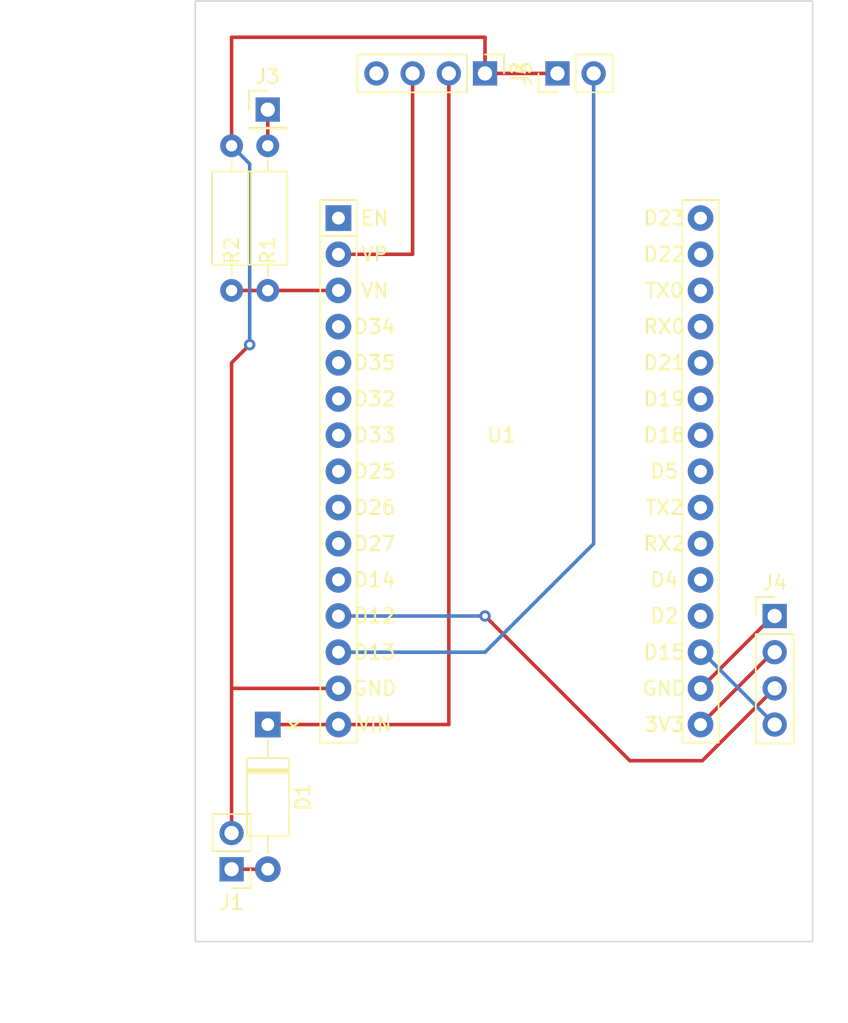
<source format=kicad_pcb>
(kicad_pcb (version 20211014) (generator pcbnew)
  (layers (0 "F.Cu" signal) (31 "B.Cu" signal) (34 "B.Paste" user) (35 "F.Paste" user) (36 "B.SilkS" user "B.Silkscreen") (37 "F.SilkS" user "F.Silkscreen") (38 "B.Mask" user) (39 "F.Mask" user) (44 "Edge.Cuts" user))
  (net 0 "")
  (net 1 "Net-(D1-Pad1)")
  (net 2 "Net-(D1-Pad2)")
  (net 3 "Net-(J1-Pad2)")
  (net 5 "Net-(J3-Pad1)")
  (net 6 "Net-(J4-Pad1)")
  (net 7 "Net-(J4-Pad2)")
  (net 8 "Net-(U1-Pad12)")
  (net 9 "Net-(J5-Pad2)")
  (net 10 "Net-(J4-Pad4)")
  (net 32 "Net-(J2-Pad3)")
  (net 33 "Net-(R1-Pad2)")
  (footprint "Resistor_THT:R_Axial_DIN0207_L6.3mm_D2.5mm_P10.16mm_Horizontal" (layer "F.Cu") (at 144.78 53.34 -90)
    (fp_text reference "R1" (at 7.366 0 90) (layer "F.SilkS"))
    (fp_text value "180K")
    (fp_line (start 8.35 -1.37) (end 1.81 -1.37) (layer "F.SilkS") (width 0.12))
    (fp_line (start 1.81 1.37) (end 8.35 1.37) (layer "F.SilkS") (width 0.12))
    (fp_line (start 1.04 0) (end 1.81 0) (layer "F.SilkS") (width 0.12))
    (fp_line (start 1.81 -1.37) (end 1.81 1.37) (layer "F.SilkS") (width 0.12))
    (fp_line (start 9.12 0) (end 8.35 0) (layer "F.SilkS") (width 0.12))
    (fp_line (start 8.35 1.37) (end 8.35 -1.37) (layer "F.SilkS") (width 0.12))
    (pad "1" thru_hole circle (at 0 0 270) (size 1.6 1.6) (drill 0.8) (layers *.Cu *.Mask) (net 5 "Net-(J3-Pad1)"))
    (pad "2" thru_hole oval (at 10.16 0 270) (size 1.6 1.6) (drill 0.8) (layers *.Cu *.Mask) (net 33 "Net-(R1-Pad2)"))
  )
  (footprint "Connector_PinHeader_2.54mm:PinHeader_1x04_P2.54mm_Vertical" (layer "F.Cu") (at 180.34 86.36)
    (fp_text reference "J4" (at 0 -2.33) (layer "F.SilkS"))
    (fp_text value "Conn_I2C_out")
    (fp_line (start -1.33 1.27) (end -1.33 8.95) (layer "F.SilkS") (width 0.12))
    (fp_line (start -1.33 8.95) (end 1.33 8.95) (layer "F.SilkS") (width 0.12))
    (fp_line (start 1.33 1.27) (end 1.33 8.95) (layer "F.SilkS") (width 0.12))
    (fp_line (start -1.33 1.27) (end 1.33 1.27) (layer "F.SilkS") (width 0.12))
    (fp_line (start -1.33 -1.33) (end 0 -1.33) (layer "F.SilkS") (width 0.12))
    (fp_line (start -1.33 0) (end -1.33 -1.33) (layer "F.SilkS") (width 0.12))
    (pad "1" thru_hole rect (at 0 0) (size 1.7 1.7) (drill 1) (layers *.Cu *.Mask) (net 6 "Net-(J4-Pad1)"))
    (pad "2" thru_hole oval (at 0 2.54) (size 1.7 1.7) (drill 1) (layers *.Cu *.Mask) (net 7 "Net-(J4-Pad2)"))
    (pad "3" thru_hole oval (at 0 5.08) (size 1.7 1.7) (drill 1) (layers *.Cu *.Mask) (net 8 "Net-(U1-Pad12)"))
    (pad "4" thru_hole oval (at 0 7.62) (size 1.7 1.7) (drill 1) (layers *.Cu *.Mask) (net 10 "Net-(J4-Pad4)"))
  )
  (footprint "Diode_THT:D_A-405_P10.16mm_Horizontal" (layer "F.Cu") (at 144.78 93.98 -90)
    (fp_text reference "D1" (at 5.08 -2.47 90) (layer "F.SilkS"))
    (fp_text value "D")
    (fp_text user "K" (at 0 -1.9 90) (layer "F.SilkS"))
    (fp_line (start 3.26 -1.47) (end 3.26 1.47) (layer "F.SilkS") (width 0.12))
    (fp_line (start 7.8 1.47) (end 7.8 -1.47) (layer "F.SilkS") (width 0.12))
    (fp_line (start 2.36 1.47) (end 7.8 1.47) (layer "F.SilkS") (width 0.12))
    (fp_line (start 7.8 -1.47) (end 2.36 -1.47) (layer "F.SilkS") (width 0.12))
    (fp_line (start 1.14 0) (end 2.36 0) (layer "F.SilkS") (width 0.12))
    (fp_line (start 3.14 -1.47) (end 3.14 1.47) (layer "F.SilkS") (width 0.12))
    (fp_line (start 2.36 -1.47) (end 2.36 1.47) (layer "F.SilkS") (width 0.12))
    (fp_line (start 3.38 -1.47) (end 3.38 1.47) (layer "F.SilkS") (width 0.12))
    (fp_line (start 9.02 0) (end 7.8 0) (layer "F.SilkS") (width 0.12))
    (pad "1" thru_hole rect (at 0 0 270) (size 1.8 1.8) (drill 0.9) (layers *.Cu *.Mask) (net 1 "Net-(D1-Pad1)"))
    (pad "2" thru_hole oval (at 10.16 0 270) (size 1.8 1.8) (drill 0.9) (layers *.Cu *.Mask) (net 2 "Net-(D1-Pad2)"))
  )
  (footprint "Node_mcu:NodeMCU_SBC" (layer "F.Cu") (at 149.7375 58.42)
    (fp_text reference "U1" (at 11.43 15.24) (layer "F.SilkS"))
    (fp_text value "NodeMCU_ESP32")
    (fp_text user "D26" (at 2.54 20.32) (layer "F.SilkS"))
    (fp_text user "EN" (at 2.54 0) (layer "F.SilkS"))
    (fp_text user "TX0" (at 22.86 5.08) (layer "F.SilkS"))
    (fp_text user "D2" (at 22.86 27.94) (layer "F.SilkS"))
    (fp_text user "VIN" (at 2.54 35.56) (layer "F.SilkS"))
    (fp_text user "TX2" (at 22.86 20.32) (layer "F.SilkS"))
    (fp_text user "D18" (at 22.86 15.24) (layer "F.SilkS"))
    (fp_text user "GND" (at 22.86 33.02) (layer "F.SilkS"))
    (fp_text user "D23" (at 22.86 0) (layer "F.SilkS"))
    (fp_text user "D25" (at 2.54 17.78) (layer "F.SilkS"))
    (fp_text user "D14" (at 2.54 25.4) (layer "F.SilkS"))
    (fp_text user "3V3" (at 22.86 35.56) (layer "F.SilkS"))
    (fp_text user "D19" (at 22.86 12.7) (layer "F.SilkS"))
    (fp_text user "D34" (at 2.54 7.62) (layer "F.SilkS"))
    (fp_text user "D35" (at 2.54 10.16) (layer "F.SilkS"))
    (fp_text user "D22" (at 22.86 2.54) (layer "F.SilkS"))
    (fp_text user "D21" (at 22.86 10.16) (layer "F.SilkS"))
    (fp_text user "RX2" (at 22.86 22.86) (layer "F.SilkS"))
    (fp_text user "D4" (at 22.86 25.4) (layer "F.SilkS"))
    (fp_text user "D12" (at 2.54 27.94) (layer "F.SilkS"))
    (fp_text user "D33" (at 2.54 15.24) (layer "F.SilkS"))
    (fp_text user "D32" (at 2.54 12.7) (layer "F.SilkS"))
    (fp_text user "D15" (at 22.86 30.48) (layer "F.SilkS"))
    (fp_text user "D5" (at 22.86 17.78) (layer "F.SilkS"))
    (fp_text user "GND" (at 2.54 33.02) (layer "F.SilkS"))
    (fp_text user "D13" (at 2.54 30.48) (layer "F.SilkS"))
    (fp_text user "VN" (at 2.54 5.08) (layer "F.SilkS"))
    (fp_text user "D27" (at 2.54 22.86) (layer "F.SilkS"))
    (fp_text user "RX0" (at 22.86 7.62) (layer "F.SilkS"))
    (fp_text user "VP" (at 2.54 2.54) (layer "F.SilkS"))
    (fp_line (start 24.13 -1.27) (end 24.13 36.83) (layer "F.SilkS") (width 0.12))
    (fp_line (start 1.27 36.83) (end 1.27 -1.27) (layer "F.SilkS") (width 0.12))
    (fp_line (start 24.13 36.83) (end 26.67 36.83) (layer "F.SilkS") (width 0.12))
    (fp_line (start -1.27 -1.27) (end -1.27 36.83) (layer "F.SilkS") (width 0.12))
    (fp_line (start 1.27 -1.27) (end -1.27 -1.27) (layer "F.SilkS") (width 0.12))
    (fp_line (start 26.67 36.83) (end 26.67 -1.27) (layer "F.SilkS") (width 0.12))
    (fp_line (start 1.27 1.27) (end -1.27 1.27) (layer "F.SilkS") (width 0.12))
    (fp_line (start -1.27 36.83) (end 1.27 36.83) (layer "F.SilkS") (width 0.12))
    (fp_line (start 26.67 -1.27) (end 24.13 -1.27) (layer "F.SilkS") (width 0.12))
    (pad "" np_thru_hole circle (at 25.3475 -4.25) (size 3.2 3.2) (drill 3.2) (layers *.Cu *.Mask))
    (pad "" np_thru_hole circle (at 25.3475 43.18) (size 3.2 3.2) (drill 3.2) (layers *.Cu *.Mask))
    (pad "" np_thru_hole circle (at 0.1125 43.18) (size 3.2 3.2) (drill 3.2) (layers *.Cu *.Mask))
    (pad "" np_thru_hole circle (at 0.0625 -4.25) (size 3.2 3.2) (drill 3.2) (layers *.Cu *.Mask))
    (pad "1" thru_hole rect (at 0 0) (size 1.8 1.8) (drill 0.9) (layers *.Cu *.Mask))
    (pad "2" thru_hole circle (at 0 2.54) (size 1.8 1.8) (drill 0.9) (layers *.Cu *.Mask) (net 32 "Net-(J2-Pad3)"))
    (pad "3" thru_hole circle (at 0 5.08) (size 1.8 1.8) (drill 0.9) (layers *.Cu *.Mask) (net 33 "Net-(R1-Pad2)"))
    (pad "4" thru_hole circle (at 0 7.62) (size 1.8 1.8) (drill 0.9) (layers *.Cu *.Mask))
    (pad "5" thru_hole circle (at 0 10.16) (size 1.8 1.8) (drill 0.9) (layers *.Cu *.Mask))
    (pad "6" thru_hole circle (at 0 12.7) (size 1.8 1.8) (drill 0.9) (layers *.Cu *.Mask))
    (pad "7" thru_hole circle (at 0 15.24) (size 1.8 1.8) (drill 0.9) (layers *.Cu *.Mask))
    (pad "8" thru_hole circle (at 0 17.78) (size 1.8 1.8) (drill 0.9) (layers *.Cu *.Mask))
    (pad "9" thru_hole circle (at 0 20.32) (size 1.8 1.8) (drill 0.9) (layers *.Cu *.Mask))
    (pad "10" thru_hole circle (at 0 22.86) (size 1.8 1.8) (drill 0.9) (layers *.Cu *.Mask))
    (pad "11" thru_hole circle (at 0 25.4) (size 1.8 1.8) (drill 0.9) (layers *.Cu *.Mask))
    (pad "12" thru_hole circle (at 0 27.94) (size 1.8 1.8) (drill 0.9) (layers *.Cu *.Mask) (net 8 "Net-(U1-Pad12)"))
    (pad "13" thru_hole circle (at 0 30.48) (size 1.8 1.8) (drill 0.9) (layers *.Cu *.Mask) (net 9 "Net-(J5-Pad2)"))
    (pad "14" thru_hole circle (at 0 33.02) (size 1.8 1.8) (drill 0.9) (layers *.Cu *.Mask) (net 3 "Net-(J1-Pad2)"))
    (pad "15" thru_hole circle (at 0 35.56) (size 1.8 1.8) (drill 0.9) (layers *.Cu *.Mask) (net 1 "Net-(D1-Pad1)"))
    (pad "16" thru_hole circle (at 25.4 35.56) (size 1.8 1.8) (drill 0.9) (layers *.Cu *.Mask) (net 7 "Net-(J4-Pad2)"))
    (pad "17" thru_hole circle (at 25.4 33.02) (size 1.8 1.8) (drill 0.9) (layers *.Cu *.Mask) (net 6 "Net-(J4-Pad1)"))
    (pad "18" thru_hole circle (at 25.4 30.48) (size 1.8 1.8) (drill 0.9) (layers *.Cu *.Mask) (net 10 "Net-(J4-Pad4)"))
    (pad "19" thru_hole circle (at 25.4 27.94) (size 1.8 1.8) (drill 0.9) (layers *.Cu *.Mask))
    (pad "20" thru_hole circle (at 25.4 25.4) (size 1.8 1.8) (drill 0.9) (layers *.Cu *.Mask))
    (pad "21" thru_hole circle (at 25.4 22.86) (size 1.8 1.8) (drill 0.9) (layers *.Cu *.Mask))
    (pad "22" thru_hole circle (at 25.4 20.32) (size 1.8 1.8) (drill 0.9) (layers *.Cu *.Mask))
    (pad "23" thru_hole circle (at 25.4 17.78) (size 1.8 1.8) (drill 0.9) (layers *.Cu *.Mask))
    (pad "24" thru_hole circle (at 25.4 15.24) (size 1.8 1.8) (drill 0.9) (layers *.Cu *.Mask))
    (pad "25" thru_hole circle (at 25.4 12.7) (size 1.8 1.8) (drill 0.9) (layers *.Cu *.Mask))
    (pad "26" thru_hole circle (at 25.4 10.16) (size 1.8 1.8) (drill 0.9) (layers *.Cu *.Mask))
    (pad "27" thru_hole circle (at 25.4 7.62) (size 1.8 1.8) (drill 0.9) (layers *.Cu *.Mask))
    (pad "28" thru_hole circle (at 25.4 5.08) (size 1.8 1.8) (drill 0.9) (layers *.Cu *.Mask))
    (pad "29" thru_hole circle (at 25.4 2.54) (size 1.8 1.8) (drill 0.9) (layers *.Cu *.Mask))
    (pad "30" thru_hole circle (at 25.4 0) (size 1.8 1.8) (drill 0.9) (layers *.Cu *.Mask))
  )
  (footprint "Resistor_THT:R_Axial_DIN0207_L6.3mm_D2.5mm_P10.16mm_Horizontal" (layer "F.Cu") (at 142.24 63.5 90)
    (fp_text reference "R2" (at 2.794 0 90) (layer "F.SilkS"))
    (fp_text value "12K")
    (fp_line (start 8.35 1.37) (end 8.35 -1.37) (layer "F.SilkS") (width 0.12))
    (fp_line (start 1.81 -1.37) (end 1.81 1.37) (layer "F.SilkS") (width 0.12))
    (fp_line (start 1.04 0) (end 1.81 0) (layer "F.SilkS") (width 0.12))
    (fp_line (start 8.35 -1.37) (end 1.81 -1.37) (layer "F.SilkS") (width 0.12))
    (fp_line (start 1.81 1.37) (end 8.35 1.37) (layer "F.SilkS") (width 0.12))
    (fp_line (start 9.12 0) (end 8.35 0) (layer "F.SilkS") (width 0.12))
    (pad "1" thru_hole circle (at 0 0 90) (size 1.6 1.6) (drill 0.8) (layers *.Cu *.Mask) (net 33 "Net-(R1-Pad2)"))
    (pad "2" thru_hole oval (at 10.16 0 90) (size 1.6 1.6) (drill 0.8) (layers *.Cu *.Mask) (net 3 "Net-(J1-Pad2)"))
  )
  (footprint "Connector_PinHeader_2.54mm:PinHeader_1x01_P2.54mm_Vertical" (layer "F.Cu") (at 144.78 50.8)
    (fp_text reference "J3" (at 0 -2.33) (layer "F.SilkS"))
    (fp_text value "Conn_battery")
    (fp_line (start -1.33 -1.33) (end 0 -1.33) (layer "F.SilkS") (width 0.12))
    (fp_line (start 1.33 1.27) (end 1.33 1.33) (layer "F.SilkS") (width 0.12))
    (fp_line (start -1.33 1.27) (end -1.33 1.33) (layer "F.SilkS") (width 0.12))
    (fp_line (start -1.33 1.33) (end 1.33 1.33) (layer "F.SilkS") (width 0.12))
    (fp_line (start -1.33 1.27) (end 1.33 1.27) (layer "F.SilkS") (width 0.12))
    (fp_line (start -1.33 0) (end -1.33 -1.33) (layer "F.SilkS") (width 0.12))
    (pad "1" thru_hole rect (at 0 0) (size 1.7 1.7) (drill 1) (layers *.Cu *.Mask) (net 5 "Net-(J3-Pad1)"))
  )
  (footprint "Connector_PinHeader_2.54mm:PinHeader_1x02_P2.54mm_Vertical" (layer "F.Cu") (at 142.24 104.14 180)
    (fp_text reference "J1" (at 0 -2.33) (layer "F.SilkS"))
    (fp_text value "Conn_alim")
    (fp_line (start -1.33 3.87) (end 1.33 3.87) (layer "F.SilkS") (width 0.12))
    (fp_line (start -1.33 1.27) (end -1.33 3.87) (layer "F.SilkS") (width 0.12))
    (fp_line (start -1.33 -1.33) (end 0 -1.33) (layer "F.SilkS") (width 0.12))
    (fp_line (start -1.33 1.27) (end 1.33 1.27) (layer "F.SilkS") (width 0.12))
    (fp_line (start 1.33 1.27) (end 1.33 3.87) (layer "F.SilkS") (width 0.12))
    (fp_line (start -1.33 0) (end -1.33 -1.33) (layer "F.SilkS") (width 0.12))
    (pad "1" thru_hole rect (at 0 0 180) (size 1.7 1.7) (drill 1) (layers *.Cu *.Mask) (net 2 "Net-(D1-Pad2)"))
    (pad "2" thru_hole oval (at 0 2.54 180) (size 1.7 1.7) (drill 1) (layers *.Cu *.Mask) (net 3 "Net-(J1-Pad2)"))
  )
  (footprint "Connector_PinHeader_2.54mm:PinHeader_1x02_P2.54mm_Vertical" (layer "F.Cu") (at 165.1 48.26 90)
    (fp_text reference "J5" (at 0 -2.33 90) (layer "F.SilkS"))
    (fp_text value "Conn_speed_sensor")
    (fp_line (start -1.33 0) (end -1.33 -1.33) (layer "F.SilkS") (width 0.12))
    (fp_line (start -1.33 1.27) (end 1.33 1.27) (layer "F.SilkS") (width 0.12))
    (fp_line (start -1.33 1.27) (end -1.33 3.87) (layer "F.SilkS") (width 0.12))
    (fp_line (start -1.33 -1.33) (end 0 -1.33) (layer "F.SilkS") (width 0.12))
    (fp_line (start 1.33 1.27) (end 1.33 3.87) (layer "F.SilkS") (width 0.12))
    (fp_line (start -1.33 3.87) (end 1.33 3.87) (layer "F.SilkS") (width 0.12))
    (pad "1" thru_hole rect (at 0 0 90) (size 1.7 1.7) (drill 1) (layers *.Cu *.Mask) (net 3 "Net-(J1-Pad2)"))
    (pad "2" thru_hole oval (at 0 2.54 90) (size 1.7 1.7) (drill 1) (layers *.Cu *.Mask) (net 9 "Net-(J5-Pad2)"))
  )
  (footprint "Connector_PinHeader_2.54mm:PinHeader_1x04_P2.54mm_Vertical" (layer "F.Cu") (at 160.02 48.26 -90)
    (fp_text reference "J2" (at 0 -2.33 90) (layer "F.SilkS"))
    (fp_text value "Conn_HSTS016L")
    (fp_line (start -1.33 0) (end -1.33 -1.33) (layer "F.SilkS") (width 0.12))
    (fp_line (start -1.33 -1.33) (end 0 -1.33) (layer "F.SilkS") (width 0.12))
    (fp_line (start -1.33 1.27) (end 1.33 1.27) (layer "F.SilkS") (width 0.12))
    (fp_line (start -1.33 1.27) (end -1.33 8.95) (layer "F.SilkS") (width 0.12))
    (fp_line (start 1.33 1.27) (end 1.33 8.95) (layer "F.SilkS") (width 0.12))
    (fp_line (start -1.33 8.95) (end 1.33 8.95) (layer "F.SilkS") (width 0.12))
    (pad "1" thru_hole rect (at 0 0 270) (size 1.7 1.7) (drill 1) (layers *.Cu *.Mask) (net 3 "Net-(J1-Pad2)"))
    (pad "2" thru_hole oval (at 0 2.54 270) (size 1.7 1.7) (drill 1) (layers *.Cu *.Mask) (net 1 "Net-(D1-Pad1)"))
    (pad "3" thru_hole oval (at 0 5.08 270) (size 1.7 1.7) (drill 1) (layers *.Cu *.Mask) (net 32 "Net-(J2-Pad3)"))
    (pad "4" thru_hole oval (at 0 7.62 270) (size 1.7 1.7) (drill 1) (layers *.Cu *.Mask))
  )
  (gr_rect (start 139.7 43.18) (end 183 109.22) (layer "Edge.Cuts") (width 0.1) (fill none))
  (segment (start 157.48 93.98) (end 157.48 48.26) (width 0.25) (layer "F.Cu") (net 1))
  (segment (start 144.78 93.98) (end 149.7375 93.98) (width 0.25) (layer "F.Cu") (net 1))
  (segment (start 149.7375 93.98) (end 157.48 93.98) (width 0.25) (layer "F.Cu") (net 1))
  (segment (start 142.24 104.14) (end 144.78 104.14) (width 0.25) (layer "F.Cu") (net 2))
  (segment (start 160.02 45.72) (end 160.02 48.26) (width 0.25) (layer "F.Cu") (net 3))
  (segment (start 142.24 91.44) (end 149.7375 91.44) (width 0.25) (layer "F.Cu") (net 3))
  (segment (start 142.24 53.34) (end 142.24 45.72) (width 0.25) (layer "F.Cu") (net 3))
  (segment (start 142.24 45.72) (end 160.02 45.72) (width 0.25) (layer "F.Cu") (net 3))
  (segment (start 160.02 48.26) (end 165.1 48.26) (width 0.25) (layer "F.Cu") (net 3))
  (segment (start 142.24 91.44) (end 142.24 68.58) (width 0.25) (layer "F.Cu") (net 3))
  (segment (start 142.24 101.6) (end 142.24 91.44) (width 0.25) (layer "F.Cu") (net 3))
  (segment (start 142.24 68.58) (end 143.51 67.31) (width 0.25) (layer "F.Cu") (net 3))
  (via (at 143.51 67.31) (size 0.8) (drill 0.4) (layers "F.Cu" "B.Cu") (net 3))
  (segment (start 143.51 54.61) (end 142.24 53.34) (width 0.25) (layer "B.Cu") (net 3))
  (segment (start 143.51 67.31) (end 143.51 54.61) (width 0.25) (layer "B.Cu") (net 3))
  (segment (start 144.78 50.8) (end 144.78 53.34) (width 0.25) (layer "F.Cu") (net 5))
  (segment (start 175.1375 91.44) (end 180.2175 86.36) (width 0.25) (layer "F.Cu") (net 6))
  (segment (start 180.2175 86.36) (end 180.34 86.36) (width 0.25) (layer "F.Cu") (net 6))
  (segment (start 180.2175 88.9) (end 180.34 88.9) (width 0.25) (layer "F.Cu") (net 7))
  (segment (start 175.1375 93.98) (end 180.2175 88.9) (width 0.25) (layer "F.Cu") (net 7))
  (segment (start 170.18 96.52) (end 160.02 86.36) (width 0.25) (layer "F.Cu") (net 8))
  (segment (start 175.26 96.52) (end 170.18 96.52) (width 0.25) (layer "F.Cu") (net 8))
  (segment (start 180.34 91.44) (end 175.26 96.52) (width 0.25) (layer "F.Cu") (net 8))
  (via (at 160.02 86.36) (size 0.8) (drill 0.4) (layers "F.Cu" "B.Cu") (net 8))
  (segment (start 160.02 86.36) (end 149.7375 86.36) (width 0.25) (layer "B.Cu") (net 8))
  (segment (start 160.02 88.9) (end 149.7375 88.9) (width 0.25) (layer "B.Cu") (net 9))
  (segment (start 167.64 81.28) (end 160.02 88.9) (width 0.25) (layer "B.Cu") (net 9))
  (segment (start 167.64 48.26) (end 167.64 81.28) (width 0.25) (layer "B.Cu") (net 9))
  (segment (start 180.34 93.98) (end 175.26 88.9) (width 0.25) (layer "B.Cu") (net 10))
  (segment (start 154.94 60.96) (end 149.7375 60.96) (width 0.25) (layer "F.Cu") (net 32))
  (segment (start 154.94 48.26) (end 154.94 60.96) (width 0.25) (layer "F.Cu") (net 32))
  (segment (start 144.78 63.5) (end 149.7375 63.5) (width 0.25) (layer "F.Cu") (net 33))
  (segment (start 144.78 63.5) (end 142.24 63.5) (width 0.25) (layer "F.Cu") (net 33))
)
</source>
